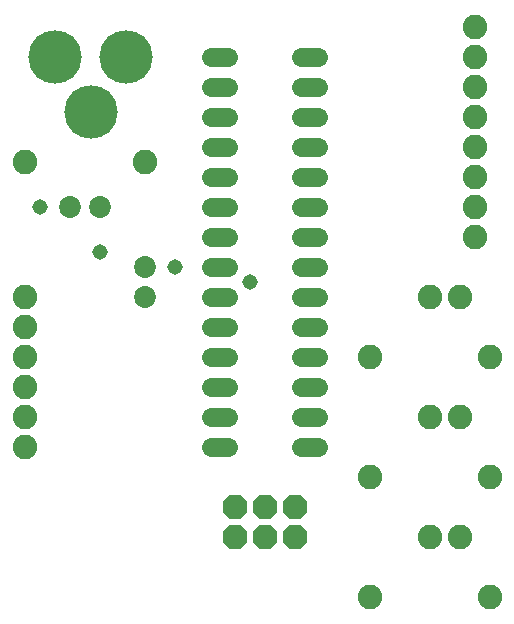
<source format=gts>
G75*
%MOIN*%
%OFA0B0*%
%FSLAX25Y25*%
%IPPOS*%
%LPD*%
%AMOC8*
5,1,8,0,0,1.08239X$1,22.5*
%
%ADD10C,0.07300*%
%ADD11C,0.17800*%
%ADD12C,0.08200*%
%ADD13OC8,0.08200*%
%ADD14C,0.06400*%
%ADD15C,0.05162*%
D10*
X0065000Y0112860D03*
X0065000Y0122860D03*
X0050000Y0142860D03*
X0040000Y0142860D03*
D11*
X0047126Y0174356D03*
X0058937Y0192860D03*
X0035315Y0192860D03*
D12*
X0025000Y0062860D03*
X0025000Y0072860D03*
X0025000Y0082860D03*
X0025000Y0092860D03*
X0025000Y0102860D03*
X0025000Y0112860D03*
X0025000Y0157860D03*
X0065000Y0157860D03*
X0140000Y0092860D03*
X0160000Y0112860D03*
X0170000Y0112860D03*
X0175000Y0132860D03*
X0175000Y0142860D03*
X0175000Y0152860D03*
X0175000Y0162860D03*
X0175000Y0172860D03*
X0175000Y0182860D03*
X0175000Y0192860D03*
X0175000Y0202860D03*
X0180000Y0092860D03*
X0170000Y0072860D03*
X0160000Y0072860D03*
X0140000Y0052860D03*
X0160000Y0032860D03*
X0170000Y0032860D03*
X0180000Y0052860D03*
X0180000Y0012860D03*
X0140000Y0012860D03*
D13*
X0115000Y0032860D03*
X0115000Y0042860D03*
X0105000Y0042860D03*
X0105000Y0032860D03*
X0095000Y0032860D03*
X0095000Y0042860D03*
D14*
X0092800Y0062860D02*
X0087200Y0062860D01*
X0087200Y0072860D02*
X0092800Y0072860D01*
X0092800Y0082860D02*
X0087200Y0082860D01*
X0087200Y0092860D02*
X0092800Y0092860D01*
X0092800Y0102860D02*
X0087200Y0102860D01*
X0087200Y0112860D02*
X0092800Y0112860D01*
X0092800Y0122860D02*
X0087200Y0122860D01*
X0087200Y0132860D02*
X0092800Y0132860D01*
X0092800Y0142860D02*
X0087200Y0142860D01*
X0087200Y0152860D02*
X0092800Y0152860D01*
X0092800Y0162860D02*
X0087200Y0162860D01*
X0087200Y0172860D02*
X0092800Y0172860D01*
X0092800Y0182860D02*
X0087200Y0182860D01*
X0087200Y0192860D02*
X0092800Y0192860D01*
X0117200Y0192860D02*
X0122800Y0192860D01*
X0122800Y0182860D02*
X0117200Y0182860D01*
X0117200Y0172860D02*
X0122800Y0172860D01*
X0122800Y0162860D02*
X0117200Y0162860D01*
X0117200Y0152860D02*
X0122800Y0152860D01*
X0122800Y0142860D02*
X0117200Y0142860D01*
X0117200Y0132860D02*
X0122800Y0132860D01*
X0122800Y0122860D02*
X0117200Y0122860D01*
X0117200Y0112860D02*
X0122800Y0112860D01*
X0122800Y0102860D02*
X0117200Y0102860D01*
X0117200Y0092860D02*
X0122800Y0092860D01*
X0122800Y0082860D02*
X0117200Y0082860D01*
X0117200Y0072860D02*
X0122800Y0072860D01*
X0122800Y0062860D02*
X0117200Y0062860D01*
D15*
X0100000Y0117860D03*
X0075000Y0122860D03*
X0050000Y0127860D03*
X0030000Y0142860D03*
M02*

</source>
